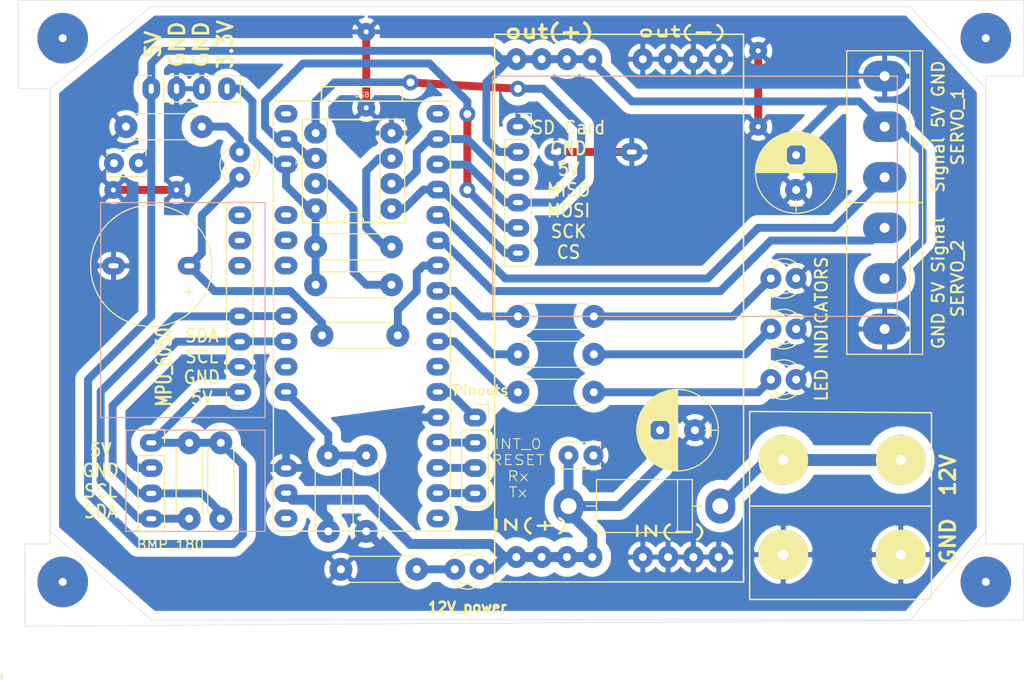
<source format=kicad_pcb>
(kicad_pcb (version 20171130) (host pcbnew "(5.1.8)-1")
  (layers (0 F.Cu signal) (31 B.Cu signal) (34 B.Paste user) (35 F.Paste user) (36 B.SilkS user) (37 F.SilkS user) (38 B.Mask user) (39 F.Mask user) (44 Edge.Cuts user))
  (net 0 "")
  (net 1 "Net-(BZ1-Pad1)")
  (net 2 GND)
  (net 3 12V)
  (net 4 5V)
  (net 5 "Net-(D1-Pad1)")
  (net 6 "Net-(D2-Pad1)")
  (net 7 /D4)
  (net 8 /MISO)
  (net 9 /MOSI)
  (net 10 /SCK)
  (net 11 /CS)
  (net 12 /SCL)
  (net 13 /SDA)
  (net 14 "Net-(J2-Pad6)")
  (net 15 "Net-(J2-Pad7)")
  (net 16 "Net-(J2-Pad8)")
  (net 17 /PWM_1)
  (net 18 /PWM_2)
  (net 19 /Tx)
  (net 20 /Rx)
  (net 21 /3.3V)
  (net 22 /Reset)
  (net 23 /INT_0)
  (net 24 /INT_1)
  (net 25 /A6)
  (net 26 /A2)
  (net 27 /A1)
  (net 28 /A0)
  (net 29 /PWM_3)
  (net 30 /5V_Testing)
  (net 31 /D6)
  (net 32 /D5)
  (net 33 "Net-(D7-Pad1)")
  (net 34 "Net-(D3-Pad2)")
  (net 35 "Net-(D5-Pad2)")
  (net 36 "Net-(D6-Pad2)")
  (net 37 "Net-(R14-Pad1)")
  (net 38 "Net-(R14-Pad2)")
  (net 39 "Net-(R15-Pad1)")
  (net 40 "Net-(R15-Pad2)")
  (net 41 "Net-(R6-Pad2)")
  (net 42 "Net-(R16-Pad1)")
  (module MY_LIB:Resistor_small (layer F.Cu) (at 88.9 123.19 90)
    (fp_text reference R14)
    (fp_text value R)
    (pad 1 thru_hole circle (at 0 0 90) (size 5.08 5.08) (drill 0.8) (layers *.Cu *.Mask) (net 37 "Net-(R14-Pad1)"))
    (pad 2 thru_hole circle (at 54.61 0 90) (size 5.08 5.08) (drill 0.8) (layers *.Cu *.Mask) (net 38 "Net-(R14-Pad2)"))
  )
  (module MY_LIB:Resistor_small (layer F.Cu) (at 119.38 75.565 90)
    (fp_text reference R12)
    (fp_text value R)
    (pad 2 thru_hole circle (at 7.62 0 90) (size 1.8 1.8) (drill 0.5) (layers *.Cu *.Mask) (net 2 GND))
    (pad 1 thru_hole circle (at 0 0 90) (size 1.8 1.8) (drill 0.5) (layers *.Cu *.Mask) (net 2 GND))
  )
  (module MY_LIB:Resistor_small (layer F.Cu) (at 100.33 83.82 180)
    (fp_text reference R12)
    (fp_text value R)
    (pad 2 thru_hole circle (at 6.35 0 180) (size 1.8 1.8) (drill 0.5) (layers *.Cu *.Mask) (net 2 GND))
    (pad 1 thru_hole circle (at 0 0 180) (size 1.8 1.8) (drill 0.5) (layers *.Cu *.Mask) (net 2 GND))
  )
  (module "MY_LIB:Buck 5A" (layer F.Cu) (at 144.78 123.19 180)
    (fp_text reference U1)
    (fp_text value Buck)
    (fp_text user "IN(+)" (at 8.89 5.715 180) (layer F.SilkS) (effects (font (size 1 1.9) (thickness 0.25))))
    (fp_text user "IN(-)" (at -5.08 5.08 180) (layer F.SilkS) (effects (font (size 1 1.8) (thickness 0.25))))
    (fp_text user "out(+)" (at 6.985 55.245 180) (layer F.SilkS) (effects (font (size 1.2888 1.8) (thickness 0.3222))))
    (fp_text user "out(-)" (at -6.35 55.245) (layer F.SilkS) (effects (font (size 1 1.8) (thickness 0.25))))
    (pad 1 thru_hole oval (at -10 2.5 180) (size 2 2.2) (drill 0.8) (layers *.Cu *.Mask) (net 2 GND))
    (pad 1 thru_hole oval (at -7.46 2.5 180) (size 2 2.2) (drill 0.8) (layers *.Cu *.Mask) (net 2 GND))
    (pad 1 thru_hole oval (at -4.92 2.5 180) (size 2 2.2) (drill 0.8) (layers *.Cu *.Mask) (net 2 GND))
    (pad 1 thru_hole oval (at -2.38 2.5 180) (size 2 2.2) (drill 0.8) (layers *.Cu *.Mask) (net 2 GND))
    (pad 2 thru_hole oval (at 2.7 2.5 180) (size 2 2.2) (drill 0.8) (layers *.Cu *.Mask) (net 3 12V))
    (pad 2 thru_hole oval (at 5.24 2.5 180) (size 2 2.2) (drill 0.8) (layers *.Cu *.Mask) (net 3 12V))
    (pad 2 thru_hole oval (at 7.78 2.5 180) (size 2 2.2) (drill 0.8) (layers *.Cu *.Mask) (net 3 12V))
    (pad 2 thru_hole oval (at 10.32 2.5 180) (size 2 2.2) (drill 0.8) (layers *.Cu *.Mask) (net 3 12V))
    (pad 4 thru_hole oval (at -10 52.5 180) (size 2 2.2) (drill 0.8) (layers *.Cu *.Mask) (net 2 GND))
    (pad 3 thru_hole oval (at 5.24 52.5 180) (size 2 2.2) (drill 0.8) (layers *.Cu *.Mask) (net 4 5V))
    (pad 3 thru_hole oval (at 2.7 52.5 180) (size 2 2.2) (drill 0.8) (layers *.Cu *.Mask) (net 4 5V))
    (pad 4 thru_hole oval (at -2.38 52.5 180) (size 2 2.2) (drill 0.8) (layers *.Cu *.Mask) (net 2 GND))
    (pad 3 thru_hole oval (at 10.32 52.5 180) (size 2 2.2) (drill 0.8) (layers *.Cu *.Mask) (net 4 5V))
    (pad 4 thru_hole oval (at -4.92 52.5 180) (size 2 2.2) (drill 0.8) (layers *.Cu *.Mask) (net 2 GND))
    (pad 3 thru_hole oval (at 7.78 52.5 180) (size 2 2.2) (drill 0.8) (layers *.Cu *.Mask) (net 4 5V))
    (pad 4 thru_hole oval (at -7.46 52.5 180) (size 2 2.2) (drill 0.8) (layers *.Cu *.Mask) (net 2 GND))
  )
  (module Connector_PinSocket_2.54mm:PinSocket_1x08_P2.54mm_Vertical (layer F.Cu) (at 106.68 104.14 180)
    (fp_text reference J2)
    (fp_text value "MPU 6050")
    (pad 8 thru_hole oval (at 0 17.78 180) (size 2.286 1.778) (drill oval 1.016 0.508) (layers *.Cu *.Mask) (net 16 "Net-(J2-Pad8)"))
    (pad 7 thru_hole oval (at 0 15.24 180) (size 2.286 1.778) (drill oval 1.016 0.508) (layers *.Cu *.Mask) (net 15 "Net-(J2-Pad7)"))
    (pad 6 thru_hole oval (at 0 12.7 180) (size 2.286 1.778) (drill oval 1.016 0.508) (layers *.Cu *.Mask) (net 14 "Net-(J2-Pad6)"))
    (pad 4 thru_hole oval (at 0 7.62 180) (size 2.286 1.778) (drill oval 1.016 0.508) (layers *.Cu *.Mask) (net 13 /SDA))
    (pad 3 thru_hole oval (at 0 5.08 180) (size 2.286 1.778) (drill oval 1.016 0.508) (layers *.Cu *.Mask) (net 12 /SCL))
    (pad 2 thru_hole oval (at 0 2.54 180) (size 2.286 1.778) (drill oval 1.016 0.508) (layers *.Cu *.Mask) (net 2 GND))
    (pad 1 thru_hole oval (at 0 0 180) (size 2.286 1.778) (drill oval 1.016 0.508) (layers *.Cu *.Mask) (net 4 5V))
  )
  (module Arduino:Arduino_Nano_Socket (layer F.Cu) (at 118.95 74.905 180)
    (fp_text reference XA1)
    (fp_text value Arduino_Nano_Socket)
    (fp_text user 3.3V (at 6.35 -6.35 90) (layer F.SilkS) (effects (font (size 0.5 0.5) (thickness 0.075))))
    (fp_text user USB (at 0 0.635) (layer F.SilkS) (effects (font (size 0.5 0.5) (thickness 0.075))))
    (pad "" thru_hole oval (at 7.62 -1.27 180) (size 2.286 1.778) (drill oval 1.016 0.508) (layers *.Cu *.Mask))
    (pad "" thru_hole oval (at -7.62 -1.27 180) (size 2.286 1.778) (drill oval 1.016 0.508) (layers *.Cu *.Mask))
    (pad "" thru_hole oval (at 7.62 -41.91 180) (size 2.286 1.778) (drill oval 1.016 0.508) (layers *.Cu *.Mask))
    (pad "" thru_hole oval (at -7.62 -41.91 180) (size 2.286 1.778) (drill oval 1.016 0.508) (layers *.Cu *.Mask))
    (pad D1 thru_hole oval (at -7.62 -39.37 180) (size 2.286 1.778) (drill oval 1.016 0.508) (layers *.Cu *.Mask) (net 19 /Tx))
    (pad D0 thru_hole oval (at -7.62 -36.83 180) (size 2.286 1.778) (drill oval 1.016 0.508) (layers *.Cu *.Mask) (net 20 /Rx))
    (pad RST1 thru_hole oval (at -7.62 -34.29 180) (size 2.286 1.778) (drill oval 1.016 0.508) (layers *.Cu *.Mask) (net 22 /Reset))
    (pad GND1 thru_hole oval (at -7.62 -31.75 180) (size 2.286 1.778) (drill oval 1.016 0.508) (layers *.Cu *.Mask) (net 2 GND))
    (pad D2 thru_hole oval (at -7.62 -29.21 180) (size 2.286 1.778) (drill oval 1.016 0.508) (layers *.Cu *.Mask) (net 23 /INT_0))
    (pad D3 thru_hole oval (at -7.62 -26.67 180) (size 2.286 1.778) (drill oval 1.016 0.508) (layers *.Cu *.Mask) (net 24 /INT_1))
    (pad D4 thru_hole oval (at -7.62 -24.13 180) (size 2.286 1.778) (drill oval 1.016 0.508) (layers *.Cu *.Mask) (net 7 /D4))
    (pad D5 thru_hole oval (at -7.62 -21.59 180) (size 2.286 1.778) (drill oval 1.016 0.508) (layers *.Cu *.Mask) (net 32 /D5))
    (pad D6 thru_hole oval (at -7.62 -19.05 180) (size 2.286 1.778) (drill oval 1.016 0.508) (layers *.Cu *.Mask) (net 31 /D6))
    (pad D7 thru_hole oval (at -7.62 -16.51 180) (size 2.286 1.778) (drill oval 1.016 0.508) (layers *.Cu *.Mask) (net 29 /PWM_3))
    (pad D8 thru_hole oval (at -7.62 -13.97 180) (size 2.286 1.778) (drill oval 1.016 0.508) (layers *.Cu *.Mask) (net 17 /PWM_1))
    (pad D9 thru_hole oval (at -7.62 -11.43 180) (size 2.286 1.778) (drill oval 1.016 0.508) (layers *.Cu *.Mask) (net 18 /PWM_2))
    (pad D10 thru_hole oval (at -7.62 -8.89 180) (size 2.286 1.778) (drill oval 1.016 0.508) (layers *.Cu *.Mask) (net 11 /CS))
    (pad D11 thru_hole oval (at -7.62 -6.35 180) (size 2.286 1.778) (drill oval 1.016 0.508) (layers *.Cu *.Mask) (net 9 /MOSI))
    (pad D12 thru_hole oval (at -7.62 -3.81 180) (size 2.286 1.778) (drill oval 1.016 0.508) (layers *.Cu *.Mask) (net 8 /MISO))
    (pad D13 thru_hole oval (at 7.62 -3.81 180) (size 2.286 1.778) (drill oval 1.016 0.508) (layers *.Cu *.Mask) (net 10 /SCK))
    (pad 3V3 thru_hole oval (at 7.62 -6.35 180) (size 2.286 1.778) (drill oval 1.016 0.508) (layers *.Cu *.Mask) (net 21 /3.3V))
    (pad A0 thru_hole oval (at 7.62 -11.43 180) (size 2.286 1.778) (drill oval 1.016 0.508) (layers *.Cu *.Mask) (net 28 /A0))
    (pad A1 thru_hole oval (at 7.62 -13.97 180) (size 2.286 1.778) (drill oval 1.016 0.508) (layers *.Cu *.Mask) (net 27 /A1))
    (pad A2 thru_hole oval (at 7.62 -16.51 180) (size 2.286 1.778) (drill oval 1.016 0.508) (layers *.Cu *.Mask) (net 26 /A2))
    (pad A4 thru_hole oval (at 7.62 -21.59 180) (size 2.286 1.778) (drill oval 1.016 0.508) (layers *.Cu *.Mask) (net 13 /SDA))
    (pad A5 thru_hole oval (at 7.62 -24.13 180) (size 2.286 1.778) (drill oval 1.016 0.508) (layers *.Cu *.Mask) (net 12 /SCL))
    (pad A6 thru_hole oval (at 7.62 -26.67 180) (size 2.286 1.778) (drill oval 1.016 0.508) (layers *.Cu *.Mask) (net 25 /A6))
    (pad A7 thru_hole oval (at 7.62 -29.21 180) (size 2.286 1.778) (drill oval 1.016 0.508) (layers *.Cu *.Mask) (net 30 /5V_Testing))
    (pad GND2 thru_hole oval (at 7.62 -36.83 180) (size 2.286 1.778) (drill oval 1.016 0.508) (layers *.Cu *.Mask) (net 2 GND))
    (pad VIN thru_hole oval (at 7.62 -39.37 180) (size 2.286 1.778) (drill oval 1.016 0.508) (layers *.Cu *.Mask) (net 3 12V))
  )
  (module MY_LIB:dip8 (layer F.Cu) (at 121.92 85.725 180)
    (fp_text reference U2)
    (fp_text value W25Q128JVS)
    (pad 8 thru_hole oval (at 7.62 0 180) (size 2.3 2.1) (drill 0.8) (layers *.Cu *.Mask) (net 21 /3.3V))
    (pad 4 thru_hole oval (at 0 7.62 180) (size 2.3 2.1) (drill 0.8) (layers *.Cu *.Mask) (net 2 GND))
    (pad 7 thru_hole oval (at 7.62 2.54 180) (size 2.3 2.1) (drill 0.8) (layers *.Cu *.Mask) (net 41 "Net-(R6-Pad2)"))
    (pad 3 thru_hole oval (at 0 5.08 180) (size 2.3 2.1) (drill 0.8) (layers *.Cu *.Mask) (net 42 "Net-(R16-Pad1)"))
    (pad 6 thru_hole oval (at 7.62 5.08 180) (size 2.3 2.1) (drill 0.8) (layers *.Cu *.Mask) (net 10 /SCK))
    (pad 2 thru_hole oval (at 0 2.54 180) (size 2.3 2.1) (drill 0.8) (layers *.Cu *.Mask) (net 8 /MISO))
    (pad 5 thru_hole oval (at 7.62 7.62 180) (size 2.3 2.1) (drill 0.8) (layers *.Cu *.Mask) (net 9 /MOSI))
    (pad 1 thru_hole oval (at 0 0 180) (size 2.3 2.1) (drill 0.8) (layers *.Cu *.Mask) (net 11 /CS))
  )
  (module Connector_PinSocket_2.54mm:PinSocket_1x04_P2.54mm_Vertical (layer F.Cu) (at 97.79 109.22)
    (fp_text reference J3)
    (fp_text value BMP_180 (at 1.924 10.226 -180) (layer F.SilkS))
    (pad 1 thru_hole oval (at 0 0) (size 2.286 1.778) (drill oval 1.016 0.508) (layers *.Cu *.Mask) (net 4 5V))
    (pad 2 thru_hole oval (at 0 2.54) (size 2.286 1.778) (drill oval 1.016 0.508) (layers *.Cu *.Mask) (net 2 GND))
    (pad 3 thru_hole oval (at 0 5.08) (size 2.286 1.778) (drill oval 1.016 0.508) (layers *.Cu *.Mask) (net 12 /SCL))
    (pad 4 thru_hole oval (at 0 7.62) (size 2.286 1.778) (drill oval 1.016 0.508) (layers *.Cu *.Mask) (net 13 /SDA))
  )
  (module Connector_PinSocket_2.54mm:PinSocket_1x06_P2.54mm_Vertical (layer F.Cu) (at 134.62 77.47)
    (fp_text reference J1)
    (fp_text value SD_Card)
    (pad 1 thru_hole oval (at 0 0) (size 2.286 1.778) (drill oval 1.016 0.508) (layers *.Cu *.Mask) (net 2 GND))
    (pad 2 thru_hole oval (at 0 2.54) (size 2.286 1.778) (drill oval 1.016 0.508) (layers *.Cu *.Mask) (net 4 5V))
    (pad 3 thru_hole oval (at 0 5.08) (size 2.286 1.778) (drill oval 1.016 0.508) (layers *.Cu *.Mask) (net 8 /MISO))
    (pad 4 thru_hole oval (at 0 7.62) (size 2.286 1.778) (drill oval 1.016 0.508) (layers *.Cu *.Mask) (net 9 /MOSI))
    (pad 5 thru_hole oval (at 0 10.16) (size 2.286 1.778) (drill oval 1.016 0.508) (layers *.Cu *.Mask) (net 10 /SCK))
    (pad 6 thru_hole oval (at 0 12.7) (size 2.286 1.778) (drill oval 1.016 0.508) (layers *.Cu *.Mask) (net 11 /CS))
  )
  (module MY_LIB:Resistor_small (layer F.Cu) (at 181.61 129.54 90)
    (fp_text reference R15)
    (fp_text value R)
    (pad 1 thru_hole circle (at 6.35 0 90) (size 5.08 5.08) (drill 0.8) (layers *.Cu *.Mask) (net 39 "Net-(R15-Pad1)"))
    (pad 2 thru_hole circle (at 60.96 0 90) (size 5.08 5.08) (drill 0.8) (layers *.Cu *.Mask) (net 40 "Net-(R15-Pad2)"))
  )
  (module MY_LIB:Resistor_small (layer F.Cu) (at 146.05 80.01 180)
    (fp_text reference R13)
    (fp_text value R)
    (pad 1 thru_hole oval (at 0 0 180) (size 2.286 1.778) (drill oval 1.016 0.508) (layers *.Cu *.Mask) (net 2 GND))
    (pad 2 thru_hole oval (at 7.62 0 180) (size 2.286 1.778) (drill oval 1.016 0.508) (layers *.Cu *.Mask) (net 2 GND))
  )
  (module MY_LIB:Resistor_small (layer F.Cu) (at 158.75 77.47 90)
    (fp_text reference R12)
    (fp_text value R)
    (pad 1 thru_hole circle (at 0 0 90) (size 1.8 1.8) (drill 0.5) (layers *.Cu *.Mask) (net 2 GND))
    (pad 2 thru_hole circle (at 7.62 0 90) (size 1.8 1.8) (drill 0.5) (layers *.Cu *.Mask) (net 2 GND))
  )
  (module Buzzer_Beeper:Buzzer_12x9.5RM7.6 (layer F.Cu) (at 101.6 91.44 180)
    (fp_text reference BZ1)
    (fp_text value Buzzer)
    (fp_text user + (at -0.01 -2.54 180) (layer F.SilkS))
    (pad 1 thru_hole oval (at 0 0 180) (size 2.286 1.778) (drill oval 1.016 0.508) (layers *.Cu *.Mask) (net 1 "Net-(BZ1-Pad1)"))
    (pad 2 thru_hole oval (at 7.6 0 180) (size 2.286 1.778) (drill oval 1.016 0.508) (layers *.Cu *.Mask) (net 2 GND))
  )
  (module MY_LIB:Capacitor_100uF (layer F.Cu) (at 152.4 107.95 180)
    (fp_text reference C1)
    (fp_text value C)
    (pad 2 thru_hole circle (at 3.5 0 180) (size 2.2 2.2) (drill 0.8) (layers *.Cu *.Mask) (net 3 12V))
    (pad 1 thru_hole circle (at 0 0 180) (size 2.2 2.2) (drill 0.8) (layers *.Cu *.Mask) (net 2 GND))
  )
  (module MY_LIB:Capacitor_100uF (layer F.Cu) (at 162.56 83.82 90)
    (fp_text reference C3)
    (fp_text value C)
    (pad 1 thru_hole circle (at 0 0 90) (size 2.2 2.2) (drill 0.8) (layers *.Cu *.Mask) (net 2 GND))
    (pad 2 thru_hole circle (at 3.5 0 90) (size 2.2 2.2) (drill 0.8) (layers *.Cu *.Mask) (net 4 5V))
  )
  (module MY_LIB:Capacitor_Disc_Small (layer F.Cu) (at 139.7 110.49)
    (fp_text reference C6)
    (fp_text value C)
    (pad 1 thru_hole circle (at 0 0) (size 2 2) (drill 0.8) (layers *.Cu *.Mask) (net 3 12V))
    (pad 2 thru_hole circle (at 2.5 0) (size 2 2) (drill 0.8) (layers *.Cu *.Mask) (net 2 GND))
  )
  (module MY_LIB:Capacitor_Disc_Small (layer F.Cu) (at 96.55 81.13 180)
    (fp_text reference C9)
    (fp_text value C)
    (pad 2 thru_hole circle (at 2.5 0 180) (size 2 2) (drill 0.8) (layers *.Cu *.Mask) (net 2 GND))
    (pad 1 thru_hole circle (at 0 0 180) (size 2 2) (drill 0.8) (layers *.Cu *.Mask) (net 4 5V))
  )
  (module MY_LIB:LED_D3.0mm (layer F.Cu) (at 128.27 121.92)
    (fp_text reference D1)
    (fp_text value LED)
    (pad 1 thru_hole circle (at 0 0) (size 2.1 2.1) (drill 0.8) (layers *.Cu *.Mask) (net 5 "Net-(D1-Pad1)"))
    (pad 2 thru_hole circle (at 2.54 0) (size 2.1 2.1) (drill 0.8) (layers *.Cu *.Mask) (net 3 12V))
  )
  (module MY_LIB:Diode_Medium (layer F.Cu) (at 154.94 115.57 180)
    (fp_text reference D2)
    (fp_text value DIODE)
    (pad 1 thru_hole oval (at 0 0 180) (size 3.00001 3.500001) (drill 1.6) (layers *.Cu *.Mask) (net 6 "Net-(D2-Pad1)"))
    (pad 2 thru_hole oval (at 15.24 0 180) (size 3.00001 3.500001) (drill 1.6) (layers *.Cu *.Mask) (net 3 12V))
  )
  (module MY_LIB:LED_D3.0mm (layer F.Cu) (at 162.56 92.71 180)
    (fp_text reference D3)
    (fp_text value LED)
    (pad 2 thru_hole circle (at 2.54 0 180) (size 2.1 2.1) (drill 0.8) (layers *.Cu *.Mask) (net 34 "Net-(D3-Pad2)"))
    (pad 1 thru_hole circle (at 0 0 180) (size 2.1 2.1) (drill 0.8) (layers *.Cu *.Mask) (net 2 GND))
  )
  (module MY_LIB:LED_D3.0mm (layer F.Cu) (at 162.56 97.79 180)
    (fp_text reference D5)
    (fp_text value LED)
    (pad 1 thru_hole circle (at 0 0 180) (size 2.1 2.1) (drill 0.8) (layers *.Cu *.Mask) (net 2 GND))
    (pad 2 thru_hole circle (at 2.54 0 180) (size 2.1 2.1) (drill 0.8) (layers *.Cu *.Mask) (net 35 "Net-(D5-Pad2)"))
  )
  (module MY_LIB:LED_D3.0mm (layer F.Cu) (at 162.56 102.87 180)
    (fp_text reference D6)
    (fp_text value LED)
    (pad 1 thru_hole circle (at 0 0 180) (size 2.1 2.1) (drill 0.8) (layers *.Cu *.Mask) (net 2 GND))
    (pad 2 thru_hole circle (at 2.54 0 180) (size 2.1 2.1) (drill 0.8) (layers *.Cu *.Mask) (net 36 "Net-(D6-Pad2)"))
  )
  (module MY_LIB:Connector_Bornier_3 (layer F.Cu) (at 171.45 97.79 90)
    (fp_text reference J4)
    (fp_text value Servo_2)
    (pad 3 thru_hole oval (at 10.16 0 90) (size 3.068201 4.338201) (drill 1) (layers *.Cu *.Mask) (net 17 /PWM_1))
    (pad 2 thru_hole oval (at 5.08 0 90) (size 3.068201 4.338201) (drill 1) (layers *.Cu *.Mask) (net 4 5V))
    (pad 1 thru_hole oval (at 0 0 90) (size 3.068201 4.338201) (drill 1) (layers *.Cu *.Mask) (net 2 GND))
  )
  (module MY_LIB:Connector_Bornier_3 (layer F.Cu) (at 171.45 82.55 90)
    (fp_text reference J5)
    (fp_text value Servo_2)
    (pad 3 thru_hole oval (at 10.16 0 90) (size 3.068201 4.338201) (drill 1) (layers *.Cu *.Mask) (net 2 GND))
    (pad 2 thru_hole oval (at 5.08 0 90) (size 3.068201 4.338201) (drill 1) (layers *.Cu *.Mask) (net 4 5V))
    (pad 1 thru_hole oval (at 0 0 90) (size 3.068201 4.338201) (drill 1) (layers *.Cu *.Mask) (net 18 /PWM_2))
  )
  (module MY_LIB:Resistor_small (layer F.Cu) (at 114.935 98.425)
    (fp_text reference R1)
    (fp_text value R)
    (pad 1 thru_hole circle (at 0 0) (size 2.3 2.3) (drill 0.8) (layers *.Cu *.Mask) (net 1 "Net-(BZ1-Pad1)"))
    (pad 2 thru_hole circle (at 7.62 0) (size 2.3 2.3) (drill 0.8) (layers *.Cu *.Mask) (net 29 /PWM_3))
  )
  (module MY_LIB:Resistor_small (layer F.Cu) (at 115.57 118.11 90)
    (fp_text reference R2)
    (fp_text value R)
    (pad 1 thru_hole circle (at 0 0 90) (size 2.3 2.3) (drill 0.8) (layers *.Cu *.Mask) (net 3 12V))
    (pad 2 thru_hole circle (at 7.62 0 90) (size 2.3 2.3) (drill 0.8) (layers *.Cu *.Mask) (net 30 /5V_Testing))
  )
  (module MY_LIB:Resistor_small (layer F.Cu) (at 119.38 110.49 270)
    (fp_text reference R3)
    (fp_text value R)
    (pad 2 thru_hole circle (at 7.62 0 270) (size 2.3 2.3) (drill 0.8) (layers *.Cu *.Mask) (net 2 GND))
    (pad 1 thru_hole circle (at 0 0 270) (size 2.3 2.3) (drill 0.8) (layers *.Cu *.Mask) (net 30 /5V_Testing))
  )
  (module MY_LIB:Resistor_small (layer F.Cu) (at 142.24 96.52 180)
    (fp_text reference R4)
    (fp_text value R)
    (pad 2 thru_hole circle (at 7.62 0 180) (size 2.3 2.3) (drill 0.8) (layers *.Cu *.Mask) (net 31 /D6))
    (pad 1 thru_hole circle (at 0 0 180) (size 2.3 2.3) (drill 0.8) (layers *.Cu *.Mask) (net 34 "Net-(D3-Pad2)"))
  )
  (module MY_LIB:Resistor_small (layer F.Cu) (at 124.46 121.92 180)
    (fp_text reference R5)
    (fp_text value R)
    (pad 2 thru_hole circle (at 7.62 0 180) (size 2.3 2.3) (drill 0.8) (layers *.Cu *.Mask) (net 2 GND))
    (pad 1 thru_hole circle (at 0 0 180) (size 2.3 2.3) (drill 0.8) (layers *.Cu *.Mask) (net 5 "Net-(D1-Pad1)"))
  )
  (module MY_LIB:Resistor_small (layer F.Cu) (at 142.24 100.33 180)
    (fp_text reference R7)
    (fp_text value R)
    (pad 1 thru_hole circle (at 0 0 180) (size 2.3 2.3) (drill 0.8) (layers *.Cu *.Mask) (net 35 "Net-(D5-Pad2)"))
    (pad 2 thru_hole circle (at 7.62 0 180) (size 2.3 2.3) (drill 0.8) (layers *.Cu *.Mask) (net 32 /D5))
  )
  (module MY_LIB:Resistor_small (layer F.Cu) (at 142.24 104.14 180)
    (fp_text reference R8)
    (fp_text value R)
    (pad 2 thru_hole circle (at 7.62 0 180) (size 2.3 2.3) (drill 0.8) (layers *.Cu *.Mask) (net 7 /D4))
    (pad 1 thru_hole circle (at 0 0 180) (size 2.3 2.3) (drill 0.8) (layers *.Cu *.Mask) (net 36 "Net-(D6-Pad2)"))
  )
  (module MY_LIB:Resistor_small (layer F.Cu) (at 104.775 116.84 90)
    (fp_text reference R9)
    (fp_text value R)
    (pad 2 thru_hole circle (at 7.62 0 90) (size 2.3 2.3) (drill 0.8) (layers *.Cu *.Mask) (net 4 5V))
    (pad 1 thru_hole circle (at 0 0 90) (size 2.3 2.3) (drill 0.8) (layers *.Cu *.Mask) (net 12 /SCL))
  )
  (module MY_LIB:Resistor_small (layer F.Cu) (at 101.6 116.84 90)
    (fp_text reference R10)
    (fp_text value R)
    (pad 1 thru_hole circle (at 0 0 90) (size 2.3 2.3) (drill 0.8) (layers *.Cu *.Mask) (net 13 /SDA))
    (pad 2 thru_hole circle (at 7.62 0 90) (size 2.3 2.3) (drill 0.8) (layers *.Cu *.Mask) (net 4 5V))
  )
  (module MY_LIB:LED_D3.0mm (layer F.Cu) (at 106.68 80.01 270)
    (fp_text reference D7)
    (fp_text value LED)
    (pad 1 thru_hole circle (at 0 0 270) (size 2.1 2.1) (drill 0.8) (layers *.Cu *.Mask) (net 33 "Net-(D7-Pad1)"))
    (pad 2 thru_hole circle (at 2.54 0 270) (size 2.1 2.1) (drill 0.8) (layers *.Cu *.Mask) (net 1 "Net-(BZ1-Pad1)"))
  )
  (module MY_LIB:Resistor_small (layer F.Cu) (at 95.25 77.47)
    (fp_text reference R11)
    (fp_text value R)
    (pad 1 thru_hole circle (at 0 0) (size 2.3 2.3) (drill 0.8) (layers *.Cu *.Mask) (net 2 GND))
    (pad 2 thru_hole circle (at 7.62 0) (size 2.3 2.3) (drill 0.8) (layers *.Cu *.Mask) (net 33 "Net-(D7-Pad1)"))
  )
  (module Connector_PinSocket_2.54mm:PinSocket_1x04_P2.54mm_Vertical (layer F.Cu) (at 130.302 106.68)
    (fp_text reference J7)
    (fp_text value Conn_01x04_Female)
    (pad 1 thru_hole oval (at 0 0) (size 2.286 1.778) (drill oval 1.016 0.508) (layers *.Cu *.Mask) (net 23 /INT_0))
    (pad 2 thru_hole oval (at 0 2.54) (size 2.286 1.778) (drill oval 1.016 0.508) (layers *.Cu *.Mask) (net 22 /Reset))
    (pad 3 thru_hole oval (at 0 5.08) (size 2.286 1.778) (drill oval 1.016 0.508) (layers *.Cu *.Mask) (net 20 /Rx))
    (pad 4 thru_hole oval (at 0 7.62) (size 2.286 1.778) (drill oval 1.016 0.508) (layers *.Cu *.Mask) (net 19 /Tx))
  )
  (module Connector_PinSocket_2.54mm:PinSocket_1x04_P2.54mm_Vertical (layer F.Cu) (at 97.79 73.66 90)
    (fp_text reference J8)
    (fp_text value Conn_01x04_Female)
    (pad 4 thru_hole oval (at 0 7.62 90) (size 2.286 1.778) (drill oval 1.016 0.508) (layers *.Cu *.Mask) (net 21 /3.3V))
    (pad 3 thru_hole oval (at 0 5.08 90) (size 2.286 1.778) (drill oval 1.016 0.508) (layers *.Cu *.Mask) (net 2 GND))
    (pad 2 thru_hole oval (at 0 2.54 90) (size 2.286 1.778) (drill oval 1.016 0.508) (layers *.Cu *.Mask) (net 2 GND))
    (pad 1 thru_hole oval (at 0 0 90) (size 2.286 1.778) (drill oval 1.016 0.508) (layers *.Cu *.Mask) (net 4 5V))
  )
  (module MY_LIB:Solar_Connector (layer F.Cu) (at 167.64 115.57 270)
    (fp_text reference J6)
    (fp_text value Power hide)
    (pad 1 thru_hole oval (at -4.6226 -5.4264) (size 5 5) (drill 1) (layers *.Cu *.Mask F.SilkS) (net 6 "Net-(D2-Pad1)"))
    (pad 2 thru_hole oval (at 4.8774 -5.4264) (size 5 5) (drill 1) (layers *.Cu *.Mask F.SilkS) (net 2 GND))
    (pad 1 thru_hole oval (at -4.6226 6.3736) (size 5 5) (drill 1) (layers *.Cu *.Mask F.SilkS) (net 6 "Net-(D2-Pad1)"))
    (pad 2 thru_hole oval (at 4.8774 6.3736) (size 5 5) (drill 1) (layers *.Cu *.Mask F.SilkS) (net 2 GND))
  )
  (module MY_LIB:Resistor_small (layer F.Cu) (at 114.3 93.345)
    (fp_text reference R6)
    (fp_text value R)
    (pad 1 thru_hole circle (at 0 0) (size 2.3 2.3) (drill 0.8) (layers *.Cu *.Mask) (net 21 /3.3V))
    (pad 2 thru_hole circle (at 7.62 0) (size 2.3 2.3) (drill 0.8) (layers *.Cu *.Mask) (net 41 "Net-(R6-Pad2)"))
  )
  (module MY_LIB:Resistor_small (layer F.Cu) (at 121.92 89.535 180)
    (fp_text reference R16)
    (fp_text value R)
    (pad 2 thru_hole circle (at 7.62 0 180) (size 2.3 2.3) (drill 0.8) (layers *.Cu *.Mask) (net 21 /3.3V))
    (pad 1 thru_hole circle (at 0 0 180) (size 2.3 2.3) (drill 0.8) (layers *.Cu *.Mask) (net 42 "Net-(R16-Pad1)"))
  )
  (gr_text "5V\nGND\nGND\n3.3V" (at 101.6 69.215 90) (layer F.SilkS) (effects (font (size 1.5 1.5) (thickness 0.2746))))
  (gr_line (start 87.63 119.38) (end 87.63 73.66) (angle 90) (layer Edge.Cuts) (width 0.05))
  (gr_line (start 85.09 119.38) (end 87.63 119.38) (angle 90) (layer Edge.Cuts) (width 0.05))
  (gr_line (start 84.455 73.66) (end 84.455 64.77) (angle 90) (layer Edge.Cuts) (width 0.05))
  (gr_line (start 87.63 73.66) (end 84.455 73.66) (angle 90) (layer Edge.Cuts) (width 0.05))
  (gr_line (start 85.09 127.635) (end 85.09 119.38) (angle 90) (layer Edge.Cuts) (width 0.05))
  (gr_line (start 185.42 127) (end 85.09 127.635) (angle 90) (layer Edge.Cuts) (width 0.05))
  (gr_line (start 185.42 119.38) (end 185.42 127) (angle 90) (layer Edge.Cuts) (width 0.05))
  (gr_line (start 181.61 119.38) (end 185.42 119.38) (angle 90) (layer Edge.Cuts) (width 0.05))
  (gr_line (start 181.61 118.11) (end 181.61 119.38) (angle 90) (layer Edge.Cuts) (width 0.05))
  (gr_line (start 181.61 72.39) (end 181.61 118.11) (angle 90) (layer Edge.Cuts) (width 0.05))
  (gr_line (start 185.42 72.39) (end 181.61 72.39) (angle 90) (layer Edge.Cuts) (width 0.05))
  (gr_line (start 185.42 64.77) (end 185.42 72.39) (angle 90) (layer Edge.Cuts) (width 0.05))
  (gr_line (start 84.455 64.77) (end 185.42 64.77) (angle 90) (layer Edge.Cuts) (width 0.05))
  (gr_line (start 97.79 65.405) (end 87.63 73.66) (angle 90) (layer Edge.Cuts) (width 0.05))
  (gr_line (start 181.61 73.66) (end 173.99 65.405) (angle 90) (layer Edge.Cuts) (width 0.05))
  (gr_line (start 97.79 127) (end 87.63 118.11) (angle 90) (layer Edge.Cuts) (width 0.05))
  (gr_line (start 87.63 118.11) (end 87.63 73.66) (angle 90) (layer Edge.Cuts) (width 0.05))
  (gr_line (start 173.99 127) (end 97.79 127) (angle 90) (layer Edge.Cuts) (width 0.05))
  (gr_line (start 181.61 118.11) (end 173.99 127) (angle 90) (layer Edge.Cuts) (width 0.05))
  (gr_line (start 181.61 73.66) (end 181.61 118.11) (angle 90) (layer Edge.Cuts) (width 0.05))
  (gr_line (start 97.79 65.405) (end 173.99 65.405) (angle 90) (layer Edge.Cuts) (width 0.05))
  (gr_text "5V\nGND\nSCL\nSDA" (at 92.71 113.03) (layer F.SilkS) (effects (font (size 1.2794 1.2) (thickness 0.2))))
  (gr_text Pinouts (at 130.88 103.96) (layer F.SilkS) (effects (font (size 1 1) (thickness 0.2))))
  (gr_text "MPU_6050\n" (at 99.06 101.6 90) (layer F.SilkS) (effects (font (size 1.5 1.0174) (thickness 0.2238))))
  (gr_text "12V_power\n" (at 129.54 125.73) (layer F.SilkS) (effects (font (size 1 1) (thickness 0.25))))
  (gr_text "GND  12V     " (at 177.8 113.03 90) (layer F.SilkS) (effects (font (size 1.5 1.5) (thickness 0.3))))
  (gr_text "LED INDICATORS" (at 165.1 97.79 90) (layer F.SilkS) (effects (font (size 1.2 1.2) (thickness 0.2))))
  (gr_text "INT_0\nRESET\nRx\nTx" (at 134.62 111.76) (layer F.SilkS) (effects (font (size 1 1.2) (thickness 0.1))))
  (gr_text "SD Card\nGND\n5V\nMISO\nMOSI\nSCK\nCS" (at 139.7 83.82) (layer F.SilkS) (effects (font (size 1.2952 1.2) (thickness 0.2))))
  (gr_text "GND 5V Signal \nSERVO_2" (at 177.8 92.71 90) (layer F.SilkS) (effects (font (size 1.2 1.2) (thickness 0.2))))
  (gr_text "Signal 5V GND\nSERVO_1" (at 177.8 77.47 90) (layer F.SilkS) (effects (font (size 1.2 1.2) (thickness 0.2))))
  (gr_text "SDA\nSCL\nGND\n5V" (at 102.87 101.6) (layer F.SilkS) (effects (font (size 1.2952 1.2) (thickness 0.2))))
  (gr_line (start 82.75 132.48) (end 82.76 132.96) (angle 90) (layer Edge.Cuts) (width 0.05))
  (gr_line (start 82.73 132.45) (end 82.73 132.97) (angle 90) (layer F.SilkS) (width 0.12))
  (gr_line (start 82.66 69.76) (end 82.67 69.75) (angle 90) (layer F.SilkS) (width 0.12))
  (segment (start 101.6 91.44) (end 104.14 93.98) (width 0.8) (layer B.Cu) (net 1))
  (segment (start 104.14 93.98) (end 111.76 93.98) (width 0.8) (layer B.Cu) (net 1))
  (segment (start 102.87 90.17) (end 101.6 91.44) (width 0.8) (layer B.Cu) (net 1))
  (segment (start 106.68 82.55) (end 102.87 86.36) (width 0.8) (layer B.Cu) (net 1))
  (segment (start 102.87 86.36) (end 102.87 90.17) (width 0.8) (layer B.Cu) (net 1))
  (segment (start 102.87 90.17) (end 101.6 91.44) (width 0.8) (layer B.Cu) (net 1))
  (segment (start 114.935 98.425) (end 114.935 97.155) (width 0.8) (layer B.Cu) (net 1))
  (segment (start 114.935 97.155) (end 111.76 93.98) (width 0.8) (layer B.Cu) (net 1))
  (segment (start 158.75 69.85) (end 158.75 77.47) (width 0.8) (layer F.Cu) (net 2))
  (segment (start 138.43 80.01) (end 146.05 80.01) (width 0.8) (layer F.Cu) (net 2))
  (segment (start 93.98 83.82) (end 100.33 83.82) (width 0.8) (layer F.Cu) (net 2))
  (segment (start 119.38 67.945) (end 119.38 75.565) (width 0.8) (layer F.Cu) (net 2))
  (segment (start 97.79 111.76) (end 96.52 111.76) (width 0.8) (layer B.Cu) (net 2))
  (segment (start 96.52 111.76) (end 95.885 111.125) (width 0.8) (layer B.Cu) (net 2))
  (segment (start 111.33 111.735) (end 109.88 111.735) (width 0.8) (layer B.Cu) (net 2))
  (segment (start 109.88 111.735) (end 109.855 111.76) (width 0.8) (layer B.Cu) (net 2))
  (segment (start 111.33 111.735) (end 113.005 111.735) (width 0.8) (layer B.Cu) (net 2))
  (segment (start 113.005 111.735) (end 113.03 111.76) (width 0.8) (layer B.Cu) (net 2))
  (segment (start 111.33 111.735) (end 111.33 110.06) (width 0.8) (layer B.Cu) (net 2))
  (segment (start 111.33 110.06) (end 111.125 109.855) (width 0.8) (layer B.Cu) (net 2))
  (segment (start 119.38 118.11) (end 120.65 119.38) (width 0.8) (layer B.Cu) (net 2))
  (segment (start 119.38 118.11) (end 118.11 119.38) (width 0.8) (layer B.Cu) (net 2))
  (segment (start 126.57 106.655) (end 124.485 106.655) (width 0.8) (layer B.Cu) (net 2))
  (segment (start 124.485 106.655) (end 124.46 106.68) (width 0.8) (layer B.Cu) (net 2))
  (segment (start 119.38 67.945) (end 117.475 67.945) (width 0.5) (layer B.Cu) (net 2))
  (segment (start 119.38 67.945) (end 121.285 67.945) (width 0.5) (layer B.Cu) (net 2))
  (segment (start 131.88 119.38) (end 124.46 119.38) (width 0.8) (layer B.Cu) (net 3))
  (segment (start 124.46 119.38) (end 131.88 119.38) (width 1) (layer B.Cu) (net 3))
  (segment (start 142.08 120.69) (end 133.31 120.69) (width 1) (layer B.Cu) (net 3))
  (segment (start 133.31 120.69) (end 133.19 120.69) (width 1) (layer B.Cu) (net 3))
  (segment (start 133.19 120.69) (end 131.88 119.38) (width 1) (layer B.Cu) (net 3))
  (segment (start 139.7 110.49) (end 139.7 115.57) (width 1) (layer B.Cu) (net 3))
  (segment (start 148.9 107.95) (end 148.9 111.45) (width 1) (layer B.Cu) (net 3))
  (segment (start 148.9 111.45) (end 144.78 115.57) (width 1) (layer B.Cu) (net 3))
  (segment (start 144.78 115.57) (end 139.7 115.57) (width 1) (layer B.Cu) (net 3))
  (segment (start 142.08 120.69) (end 142.08 118.585) (width 1) (layer B.Cu) (net 3))
  (segment (start 139.7 116.205) (end 139.7 115.57) (width 1) (layer B.Cu) (net 3))
  (segment (start 142.08 118.585) (end 139.7 116.205) (width 1) (layer B.Cu) (net 3))
  (segment (start 124.46 119.38) (end 123.825 119.38) (width 1) (layer B.Cu) (net 3))
  (segment (start 111.99 114.935) (end 111.33 114.275) (width 1) (layer B.Cu) (net 3))
  (segment (start 119.38 114.935) (end 114.935 114.935) (width 1) (layer B.Cu) (net 3))
  (segment (start 114.935 114.935) (end 113.665 114.935) (width 1) (layer B.Cu) (net 3))
  (segment (start 113.665 114.935) (end 111.99 114.935) (width 1) (layer B.Cu) (net 3))
  (segment (start 123.825 119.38) (end 119.38 114.935) (width 1) (layer B.Cu) (net 3))
  (segment (start 115.57 118.11) (end 115.57 116.84) (width 1) (layer B.Cu) (net 3))
  (segment (start 115.57 116.84) (end 114.935 116.205) (width 1) (layer B.Cu) (net 3))
  (segment (start 114.935 116.205) (end 113.665 114.935) (width 1) (layer B.Cu) (net 3))
  (segment (start 114.935 114.935) (end 114.935 116.205) (width 1) (layer B.Cu) (net 3))
  (segment (start 114.935 116.205) (end 114.935 115.57) (width 1) (layer B.Cu) (net 3))
  (segment (start 114.935 115.57) (end 114.935 116.205) (width 1) (layer B.Cu) (net 3))
  (segment (start 130.81 121.92) (end 132.08 121.92) (width 1) (layer B.Cu) (net 3))
  (segment (start 132.08 121.92) (end 133.31 120.69) (width 1) (layer B.Cu) (net 3))
  (segment (start 106.68 104.14) (end 102.87 104.14) (width 0.8) (layer B.Cu) (net 4))
  (segment (start 102.87 104.14) (end 97.79 109.22) (width 0.8) (layer B.Cu) (net 4))
  (segment (start 97.79 109.22) (end 105.41 109.22) (width 0.8) (layer B.Cu) (net 4))
  (segment (start 171.45 77.47) (end 172.72 77.47) (width 0.8) (layer B.Cu) (net 4))
  (segment (start 175.26 88.9) (end 171.45 92.71) (width 0.8) (layer B.Cu) (net 4))
  (segment (start 175.26 80.01) (end 175.26 88.9) (width 0.8) (layer B.Cu) (net 4))
  (segment (start 172.72 77.47) (end 175.26 80.01) (width 0.8) (layer B.Cu) (net 4))
  (segment (start 91.44 114.3) (end 96.52 119.38) (width 0.8) (layer B.Cu) (net 4))
  (segment (start 91.44 105.41) (end 91.44 114.3) (width 0.8) (layer B.Cu) (net 4))
  (segment (start 96.52 119.38) (end 106.045 119.38) (width 0.8) (layer B.Cu) (net 4))
  (segment (start 91.44 114.3) (end 96.52 119.38) (width 0.8) (layer B.Cu) (net 4))
  (segment (start 97.79 73.66) (end 97.79 80.01) (width 0.8) (layer B.Cu) (net 4))
  (segment (start 97.79 80.01) (end 97.79 95.25) (width 0.8) (layer B.Cu) (net 4))
  (segment (start 96.55 81.13) (end 97.79 79.89) (width 0.8) (layer B.Cu) (net 4))
  (segment (start 97.79 79.89) (end 97.79 80.01) (width 0.8) (layer B.Cu) (net 4))
  (segment (start 171.45 77.47) (end 168.91 74.93) (width 0.8) (layer B.Cu) (net 4))
  (segment (start 168.91 74.93) (end 167.64 74.93) (width 0.8) (layer B.Cu) (net 4))
  (segment (start 167.64 74.93) (end 146.05 74.93) (width 0.8) (layer B.Cu) (net 4))
  (segment (start 162.56 79.05) (end 166.68 74.93) (width 0.8) (layer B.Cu) (net 4))
  (segment (start 162.56 80.32) (end 162.56 79.05) (width 0.8) (layer B.Cu) (net 4))
  (segment (start 166.68 74.93) (end 167.64 74.93) (width 0.8) (layer B.Cu) (net 4))
  (segment (start 132.08 69.85) (end 105.41 69.85) (width 0.8) (layer B.Cu) (net 4))
  (segment (start 104.14 69.85) (end 105.41 69.85) (width 0.8) (layer B.Cu) (net 4))
  (segment (start 104.14 69.85) (end 99.06 69.85) (width 0.8) (layer B.Cu) (net 4))
  (segment (start 97.79 71.12) (end 97.79 73.66) (width 0.8) (layer B.Cu) (net 4))
  (segment (start 99.06 69.85) (end 97.79 71.12) (width 0.8) (layer B.Cu) (net 4))
  (segment (start 97.79 95.25) (end 97.79 96.52) (width 0.8) (layer B.Cu) (net 4))
  (segment (start 91.44 102.87) (end 91.44 105.41) (width 0.8) (layer B.Cu) (net 4))
  (segment (start 97.79 96.52) (end 91.44 102.87) (width 0.8) (layer B.Cu) (net 4))
  (segment (start 142.08 70.69) (end 132.92 70.69) (width 0.8) (layer B.Cu) (net 4))
  (segment (start 132.92 70.69) (end 132.08 69.85) (width 0.8) (layer B.Cu) (net 4))
  (segment (start 142.08 70.69) (end 142.08 70.96) (width 0.8) (layer B.Cu) (net 4))
  (segment (start 142.08 70.96) (end 146.05 74.93) (width 0.8) (layer B.Cu) (net 4))
  (segment (start 134.46 70.69) (end 133.78 70.69) (width 0.8) (layer B.Cu) (net 4))
  (segment (start 132.715 80.01) (end 134.62 80.01) (width 0.8) (layer B.Cu) (net 4))
  (segment (start 131.445 78.74) (end 132.715 80.01) (width 0.8) (layer B.Cu) (net 4))
  (segment (start 131.445 73.025) (end 131.445 78.74) (width 0.8) (layer B.Cu) (net 4))
  (segment (start 133.78 70.69) (end 131.445 73.025) (width 0.8) (layer B.Cu) (net 4))
  (segment (start 106.9975 112.7125) (end 106.9975 112.7125) (width 0.8) (layer B.Cu) (net 4))
  (segment (start 106.9975 112.7125) (end 106.9975 118.4275) (width 0.8) (layer B.Cu) (net 4))
  (segment (start 106.9975 118.4275) (end 106.045 119.38) (width 0.8) (layer B.Cu) (net 4))
  (segment (start 106.9975 112.7125) (end 106.9975 111.4425) (width 0.8) (layer B.Cu) (net 4))
  (segment (start 106.9975 111.4425) (end 104.775 109.22) (width 0.8) (layer B.Cu) (net 4))
  (segment (start 124.46 121.92) (end 128.27 121.92) (width 0.8) (layer B.Cu) (net 5))
  (segment (start 161.2664 110.9474) (end 173.0664 110.9474) (width 1.2) (layer B.Cu) (net 6))
  (segment (start 161.2664 110.9474) (end 159.5626 110.9474) (width 1) (layer B.Cu) (net 6))
  (segment (start 159.5626 110.9474) (end 154.94 115.57) (width 1) (layer B.Cu) (net 6))
  (segment (start 134.62 104.14) (end 133.35 104.14) (width 0.8) (layer B.Cu) (net 7))
  (segment (start 128.245 99.035) (end 126.57 99.035) (width 0.8) (layer B.Cu) (net 7))
  (segment (start 133.35 104.14) (end 128.245 99.035) (width 0.8) (layer B.Cu) (net 7))
  (segment (start 126.57 78.715) (end 129.515 78.715) (width 0.8) (layer B.Cu) (net 8))
  (segment (start 133.35 82.55) (end 134.62 82.55) (width 0.8) (layer B.Cu) (net 8))
  (segment (start 129.515 78.715) (end 133.35 82.55) (width 0.8) (layer B.Cu) (net 8))
  (segment (start 126.57 78.715) (end 125.755 78.715) (width 0.8) (layer B.Cu) (net 8))
  (segment (start 123.19 83.185) (end 121.92 83.185) (width 0.8) (layer B.Cu) (net 8))
  (segment (start 124.46 81.915) (end 123.19 83.185) (width 0.8) (layer B.Cu) (net 8))
  (segment (start 124.46 80.01) (end 124.46 81.915) (width 0.8) (layer B.Cu) (net 8))
  (segment (start 125.755 78.715) (end 124.46 80.01) (width 0.8) (layer B.Cu) (net 8))
  (segment (start 134.62 85.09) (end 133.35 85.09) (width 0.8) (layer B.Cu) (net 9))
  (segment (start 126.595 81.28) (end 126.57 81.255) (width 0.8) (layer B.Cu) (net 9))
  (segment (start 129.54 81.28) (end 126.595 81.28) (width 0.8) (layer B.Cu) (net 9))
  (segment (start 133.35 85.09) (end 129.54 81.28) (width 0.8) (layer B.Cu) (net 9))
  (via (at 123.825 73.025) (size 1.6) (drill 0.8) (layers F.Cu B.Cu) (net 9))
  (segment (start 134.62 73.66) (end 123.825 73.025) (width 0.8) (layer F.Cu) (net 9))
  (via (at 134.62 73.66) (size 1.6) (drill 0.8) (layers F.Cu B.Cu) (net 9))
  (segment (start 114.3 76.2) (end 114.3 75.565) (width 0.8) (layer B.Cu) (net 9))
  (segment (start 114.3 75.565) (end 114.3 74.93) (width 0.8) (layer B.Cu) (net 9))
  (segment (start 139.065 75.565) (end 140.97 77.47) (width 0.8) (layer B.Cu) (net 9))
  (segment (start 140.97 77.47) (end 140.97 81.28) (width 0.8) (layer B.Cu) (net 9))
  (segment (start 140.97 81.28) (end 140.97 82.55) (width 0.8) (layer B.Cu) (net 9))
  (segment (start 138.43 85.09) (end 134.62 85.09) (width 0.8) (layer B.Cu) (net 9))
  (segment (start 140.97 82.55) (end 138.43 85.09) (width 0.8) (layer B.Cu) (net 9))
  (segment (start 137.16 73.66) (end 139.065 75.565) (width 0.8) (layer B.Cu) (net 9))
  (segment (start 134.62 73.66) (end 137.16 73.66) (width 0.8) (layer B.Cu) (net 9))
  (segment (start 137.16 73.66) (end 140.97 77.47) (width 0.8) (layer B.Cu) (net 9))
  (segment (start 140.97 77.47) (end 140.97 82.55) (width 0.8) (layer B.Cu) (net 9))
  (segment (start 140.97 82.55) (end 138.43 85.09) (width 0.8) (layer B.Cu) (net 9))
  (segment (start 138.43 85.09) (end 134.62 85.09) (width 0.8) (layer B.Cu) (net 9))
  (segment (start 114.3 78.105) (end 114.3 75.565) (width 0.8) (layer B.Cu) (net 9))
  (segment (start 123.825 73.025) (end 116.205 73.025) (width 0.8) (layer B.Cu) (net 9))
  (segment (start 116.205 73.025) (end 114.3 74.93) (width 0.8) (layer B.Cu) (net 9))
  (segment (start 114.3 74.93) (end 114.3 78.105) (width 0.8) (layer B.Cu) (net 9))
  (segment (start 111.33 78.715) (end 110.465 78.715) (width 0.8) (layer B.Cu) (net 10))
  (segment (start 133.35 87.63) (end 134.62 87.63) (width 0.8) (layer B.Cu) (net 10))
  (segment (start 129.54 83.82) (end 133.35 87.63) (width 0.8) (layer B.Cu) (net 10))
  (via (at 129.54 83.82) (size 1.6) (drill 0.8) (layers F.Cu B.Cu) (net 10))
  (segment (start 129.54 76.2) (end 129.54 83.82) (width 0.8) (layer F.Cu) (net 10))
  (via (at 129.54 76.2) (size 1.6) (drill 0.8) (layers F.Cu B.Cu) (net 10))
  (segment (start 129.54 74.93) (end 129.54 76.2) (width 0.8) (layer B.Cu) (net 10))
  (segment (start 125.73 71.12) (end 129.54 74.93) (width 0.8) (layer B.Cu) (net 10))
  (segment (start 113.03 71.12) (end 125.73 71.12) (width 0.8) (layer B.Cu) (net 10))
  (segment (start 109.22 74.93) (end 113.03 71.12) (width 0.8) (layer B.Cu) (net 10))
  (segment (start 109.22 77.47) (end 109.22 74.93) (width 0.8) (layer B.Cu) (net 10))
  (segment (start 110.465 78.715) (end 109.22 77.47) (width 0.8) (layer B.Cu) (net 10))
  (segment (start 111.33 78.715) (end 111.735 78.715) (width 0.8) (layer B.Cu) (net 10))
  (segment (start 113.665 80.645) (end 114.3 80.645) (width 0.8) (layer B.Cu) (net 10))
  (segment (start 111.735 78.715) (end 113.665 80.645) (width 0.8) (layer B.Cu) (net 10))
  (segment (start 126.57 83.795) (end 127.045 84.27) (width 0.8) (layer B.Cu) (net 11))
  (segment (start 126.57 83.795) (end 127.045 84.27) (width 0.8) (layer B.Cu) (net 11))
  (segment (start 126.57 83.795) (end 126.595 83.82) (width 0.8) (layer B.Cu) (net 11))
  (segment (start 126.57 83.795) (end 126.595 83.82) (width 0.8) (layer B.Cu) (net 11))
  (segment (start 126.57 83.795) (end 126.975 83.795) (width 0.8) (layer B.Cu) (net 11))
  (segment (start 133.35 90.17) (end 134.62 90.17) (width 0.8) (layer B.Cu) (net 11))
  (segment (start 126.975 83.795) (end 133.35 90.17) (width 0.8) (layer B.Cu) (net 11))
  (segment (start 126.57 83.795) (end 125.12 83.795) (width 0.8) (layer B.Cu) (net 11))
  (segment (start 123.19 85.725) (end 121.92 85.725) (width 0.8) (layer B.Cu) (net 11))
  (segment (start 125.12 83.795) (end 123.19 85.725) (width 0.8) (layer B.Cu) (net 11))
  (segment (start 97.79 114.3) (end 102.87 114.3) (width 0.8) (layer B.Cu) (net 12))
  (segment (start 102.87 114.3) (end 105.41 116.84) (width 0.8) (layer B.Cu) (net 12))
  (segment (start 111.33 99.035) (end 106.705 99.035) (width 0.8) (layer B.Cu) (net 12))
  (segment (start 106.705 99.035) (end 106.68 99.06) (width 0.8) (layer B.Cu) (net 12))
  (segment (start 106.68 99.06) (end 100.33 99.06) (width 0.8) (layer B.Cu) (net 12))
  (segment (start 96.52 114.3) (end 97.79 114.3) (width 0.8) (layer B.Cu) (net 12))
  (segment (start 93.910922 111.690922) (end 96.52 114.3) (width 0.8) (layer B.Cu) (net 12))
  (segment (start 93.910922 105.479078) (end 93.910922 111.690922) (width 0.8) (layer B.Cu) (net 12))
  (segment (start 100.33 99.06) (end 93.910922 105.479078) (width 0.8) (layer B.Cu) (net 12))
  (segment (start 96.52 116.84) (end 97.79 116.84) (width 0.8) (layer B.Cu) (net 13))
  (segment (start 92.71 113.03) (end 96.52 116.84) (width 0.8) (layer B.Cu) (net 13))
  (segment (start 97.79 116.84) (end 101.6 116.84) (width 0.8) (layer B.Cu) (net 13))
  (segment (start 111.33 96.495) (end 106.705 96.495) (width 0.8) (layer B.Cu) (net 13))
  (segment (start 106.705 96.495) (end 106.68 96.52) (width 0.8) (layer B.Cu) (net 13))
  (segment (start 106.68 96.52) (end 100.260922 96.52) (width 0.8) (layer B.Cu) (net 13))
  (segment (start 100.260922 96.52) (end 92.71 104.070922) (width 0.8) (layer B.Cu) (net 13))
  (segment (start 92.71 104.070922) (end 92.71 113.03) (width 0.8) (layer B.Cu) (net 13))
  (segment (start 92.71 113.03) (end 96.52 116.84) (width 0.8) (layer B.Cu) (net 13))
  (segment (start 96.52 116.84) (end 97.79 116.84) (width 0.8) (layer B.Cu) (net 13))
  (segment (start 126.57 88.875) (end 126.975 88.875) (width 0.8) (layer B.Cu) (net 17))
  (segment (start 126.57 88.875) (end 126.975 88.875) (width 0.8) (layer B.Cu) (net 17))
  (segment (start 126.57 88.875) (end 126.975 88.875) (width 0.8) (layer B.Cu) (net 17))
  (segment (start 160.02 88.9) (end 170.18 88.9) (width 0.8) (layer B.Cu) (net 17))
  (segment (start 170.18 88.9) (end 171.45 87.63) (width 0.8) (layer B.Cu) (net 17))
  (segment (start 126.57 88.875) (end 126.975 88.875) (width 0.8) (layer B.Cu) (net 17))
  (segment (start 126.975 88.875) (end 132.08 93.98) (width 0.8) (layer B.Cu) (net 17))
  (segment (start 132.08 93.98) (end 154.94 93.98) (width 0.8) (layer B.Cu) (net 17))
  (segment (start 160.02 88.9) (end 154.94 93.98) (width 0.8) (layer B.Cu) (net 17))
  (segment (start 126.57 86.335) (end 126.975 86.335) (width 0.8) (layer B.Cu) (net 18))
  (segment (start 126.57 86.335) (end 126.975 86.335) (width 0.8) (layer B.Cu) (net 18))
  (segment (start 126.57 86.335) (end 126.975 86.335) (width 0.8) (layer B.Cu) (net 18))
  (segment (start 126.975 86.335) (end 130.81 90.17) (width 0.8) (layer B.Cu) (net 18))
  (segment (start 133.35 92.71) (end 151.13 92.71) (width 0.8) (layer B.Cu) (net 18))
  (segment (start 130.81 90.17) (end 133.35 92.71) (width 0.8) (layer B.Cu) (net 18))
  (segment (start 171.45 82.55) (end 167.64 86.36) (width 0.8) (layer B.Cu) (net 18))
  (segment (start 166.37 87.63) (end 167.64 86.36) (width 0.8) (layer B.Cu) (net 18))
  (segment (start 158.75 87.63) (end 153.67 92.71) (width 0.8) (layer B.Cu) (net 18))
  (segment (start 153.67 92.71) (end 151.13 92.71) (width 0.8) (layer B.Cu) (net 18))
  (segment (start 158.75 87.63) (end 166.37 87.63) (width 0.8) (layer B.Cu) (net 18))
  (segment (start 166.37 87.63) (end 171.45 82.55) (width 0.8) (layer B.Cu) (net 18))
  (segment (start 126.57 114.275) (end 130.277 114.275) (width 0.8) (layer B.Cu) (net 19))
  (segment (start 130.277 114.275) (end 130.302 114.3) (width 0.8) (layer B.Cu) (net 19))
  (segment (start 126.57 111.735) (end 130.277 111.735) (width 0.8) (layer B.Cu) (net 20))
  (segment (start 130.277 111.735) (end 130.302 111.76) (width 0.8) (layer B.Cu) (net 20))
  (segment (start 111.33 81.255) (end 110.465 81.255) (width 0.8) (layer B.Cu) (net 21))
  (segment (start 106.68 73.66) (end 105.41 73.66) (width 0.8) (layer B.Cu) (net 21))
  (segment (start 107.95 74.93) (end 106.68 73.66) (width 0.8) (layer B.Cu) (net 21))
  (segment (start 107.95 78.74) (end 107.95 74.93) (width 0.8) (layer B.Cu) (net 21))
  (segment (start 110.465 81.255) (end 107.95 78.74) (width 0.8) (layer B.Cu) (net 21))
  (segment (start 114.3 85.725) (end 114.3 93.345) (width 0.8) (layer B.Cu) (net 21))
  (segment (start 114.3 85.725) (end 113.665 85.725) (width 0.8) (layer B.Cu) (net 21))
  (segment (start 111.33 83.39) (end 111.33 81.255) (width 0.8) (layer B.Cu) (net 21))
  (segment (start 113.665 85.725) (end 111.33 83.39) (width 0.8) (layer B.Cu) (net 21))
  (segment (start 126.57 109.195) (end 130.277 109.195) (width 0.8) (layer B.Cu) (net 22))
  (segment (start 130.277 109.195) (end 130.302 109.22) (width 0.8) (layer B.Cu) (net 22))
  (segment (start 126.57 104.115) (end 127.737 104.115) (width 0.8) (layer B.Cu) (net 23))
  (segment (start 127.737 104.115) (end 130.302 106.68) (width 0.8) (layer B.Cu) (net 23))
  (segment (start 126.57 101.575) (end 125.875 101.575) (width 0.8) (layer B.Cu) (net 24))
  (segment (start 126.57 101.575) (end 125.875 101.575) (width 0.8) (layer B.Cu) (net 24))
  (segment (start 122.555 98.425) (end 122.555 95.885) (width 0.8) (layer B.Cu) (net 29))
  (segment (start 125.12 91.415) (end 126.57 91.415) (width 0.8) (layer B.Cu) (net 29))
  (segment (start 124.46 92.075) (end 125.12 91.415) (width 0.8) (layer B.Cu) (net 29))
  (segment (start 124.46 93.98) (end 124.46 92.075) (width 0.8) (layer B.Cu) (net 29))
  (segment (start 122.555 95.885) (end 124.46 93.98) (width 0.8) (layer B.Cu) (net 29))
  (segment (start 111.33 104.115) (end 115.57 108.355) (width 0.8) (layer B.Cu) (net 30))
  (segment (start 115.57 108.355) (end 115.57 110.49) (width 0.8) (layer B.Cu) (net 30))
  (segment (start 115.57 110.49) (end 119.38 110.49) (width 0.8) (layer B.Cu) (net 30))
  (segment (start 134.62 96.52) (end 130.81 96.52) (width 0.8) (layer B.Cu) (net 31))
  (segment (start 128.245 93.955) (end 126.57 93.955) (width 0.8) (layer B.Cu) (net 31))
  (segment (start 130.81 96.52) (end 128.245 93.955) (width 0.8) (layer B.Cu) (net 31))
  (segment (start 134.62 100.33) (end 132.08 100.33) (width 0.8) (layer B.Cu) (net 32))
  (segment (start 128.245 96.495) (end 126.57 96.495) (width 0.8) (layer B.Cu) (net 32))
  (segment (start 132.08 100.33) (end 128.245 96.495) (width 0.8) (layer B.Cu) (net 32))
  (segment (start 102.87 77.47) (end 105.41 77.47) (width 0.8) (layer B.Cu) (net 33))
  (segment (start 106.68 78.74) (end 106.68 80.01) (width 0.8) (layer B.Cu) (net 33))
  (segment (start 105.41 77.47) (end 106.68 78.74) (width 0.8) (layer B.Cu) (net 33))
  (segment (start 142.24 96.52) (end 156.21 96.52) (width 0.8) (layer B.Cu) (net 34))
  (segment (start 156.21 96.52) (end 160.02 92.71) (width 0.8) (layer B.Cu) (net 34))
  (segment (start 142.24 100.33) (end 157.48 100.33) (width 0.8) (layer B.Cu) (net 35))
  (segment (start 157.48 100.33) (end 160.02 97.79) (width 0.8) (layer B.Cu) (net 35))
  (segment (start 142.24 104.14) (end 158.75 104.14) (width 0.8) (layer B.Cu) (net 36))
  (segment (start 158.75 104.14) (end 160.02 102.87) (width 0.8) (layer B.Cu) (net 36))
  (segment (start 114.3 83.185) (end 115.57 83.185) (width 0.8) (layer B.Cu) (net 41))
  (segment (start 119.38 93.345) (end 121.92 93.345) (width 0.8) (layer B.Cu) (net 41))
  (segment (start 118.11 92.075) (end 119.38 93.345) (width 0.8) (layer B.Cu) (net 41))
  (segment (start 118.11 85.725) (end 118.11 92.075) (width 0.8) (layer B.Cu) (net 41))
  (segment (start 115.57 83.185) (end 118.11 85.725) (width 0.8) (layer B.Cu) (net 41))
  (segment (start 121.92 80.645) (end 120.65 80.645) (width 0.8) (layer B.Cu) (net 42))
  (segment (start 121.285 89.535) (end 121.92 89.535) (width 0.8) (layer B.Cu) (net 42))
  (segment (start 119.38 87.63) (end 121.285 89.535) (width 0.8) (layer B.Cu) (net 42))
  (segment (start 119.38 81.915) (end 119.38 87.63) (width 0.8) (layer B.Cu) (net 42))
  (segment (start 120.65 80.645) (end 119.38 81.915) (width 0.8) (layer B.Cu) (net 42))
  (zone (net 0) (net_name "") (layers F&B.Cu) (connect_pads (clearance 0.7778)) (min_thickness 0.254)
    (keepout (tracks not_allowed) (vias not_allowed) (copperpour not_allowed))
    (fill (arc_segments 32) (thermal_gap 0.508) (thermal_bridge_width 0.508))
    (polygon (pts (xy 160.02 96.52) (xy 158.75 96.52) (xy 160.02 93.98)))
  )
  (zone (net 0) (net_name "") (layers F&B.Cu) (connect_pads (clearance 0.7778)) (min_thickness 0.254)
    (keepout (tracks not_allowed) (vias not_allowed) (copperpour not_allowed))
    (fill (arc_segments 32) (thermal_gap 0.508) (thermal_bridge_width 0.508))
    (polygon (pts (xy 160.02 101.6) (xy 158.75 101.6) (xy 160.02 99.06)))
  )
  (zone (net 0) (net_name "") (layers F&B.Cu) (connect_pads (clearance 0.7778)) (min_thickness 0.254)
    (keepout (tracks not_allowed) (vias not_allowed) (copperpour not_allowed))
    (fill (arc_segments 32) (thermal_gap 0.508) (thermal_bridge_width 0.508))
    (polygon (pts (xy 132.08 106.68) (xy 132.08 105.41) (xy 133.35 105.41)))
  )
  (zone (net 0) (net_name "") (layers F&B.Cu) (connect_pads (clearance 0.7778)) (min_thickness 0.254)
    (keepout (tracks not_allowed) (vias not_allowed) (copperpour not_allowed))
    (fill (arc_segments 32) (thermal_gap 0.508) (thermal_bridge_width 0.508))
    (polygon (pts (xy 167.64 76.2) (xy 167.64 83.82) (xy 168.91 83.82)))
  )
  (zone (net 0) (net_name "") (layer B.Cu) (connect_pads (clearance 0.2698)) (min_thickness 0.254)
    (keepout (tracks not_allowed) (vias not_allowed) (copperpour not_allowed))
    (fill (arc_segments 32) (thermal_gap 0.508) (thermal_bridge_width 0.508))
    (polygon (pts (xy 99.06 110.49) (xy 99.06 113.03) (xy 100.33 113.03)))
  )
  (zone (net 2) (net_name GND) (layer B.Cu) (connect_pads (clearance 0.8778)) (min_thickness 0.254) (fill yes (arc_segments 32) (thermal_gap 0.508) (thermal_bridge_width 0.508))
    (polygon (pts (xy 181.61 73.66) (xy 181.61 118.11) (xy 173.99 127) (xy 97.79 127) (xy 87.63 118.11) (xy 87.63 73.66) (xy 97.79 65.405) (xy 173.99 65.405)))
  )
  (zone (net 0) (net_name "") (layer B.Cu) (connect_pads (clearance 0.7778)) (min_thickness 0.254)
    (keepout (tracks not_allowed) (vias not_allowed) (copperpour not_allowed))
    (fill (arc_segments 32) (thermal_gap 0.508) (thermal_bridge_width 0.508))
    (polygon (pts (xy 101.6 86.995) (xy 99.06 86.36) (xy 101.6 86.36)))
  )
  (zone (net 0) (net_name "") (layers F&B.Cu) (connect_pads (clearance 0.7778)) (min_thickness 0.254)
    (keepout (tracks not_allowed) (vias not_allowed) (copperpour not_allowed))
    (fill (arc_segments 32) (thermal_gap 0.508) (thermal_bridge_width 0.508))
    (polygon (pts (xy 115.57 106.68) (xy 125.095 105.41) (xy 124.46 103.505)))
  )
  (zone (net 0) (net_name "") (layers F&B.Cu) (connect_pads (clearance 0.7778)) (min_thickness 0.254)
    (keepout (tracks not_allowed) (vias not_allowed) (copperpour not_allowed))
    (fill (arc_segments 32) (thermal_gap 0.508) (thermal_bridge_width 0.508))
    (polygon (pts (xy 118.745 80.645) (xy 118.745 81.28) (xy 116.205 78.105)))
  )
)
</source>
